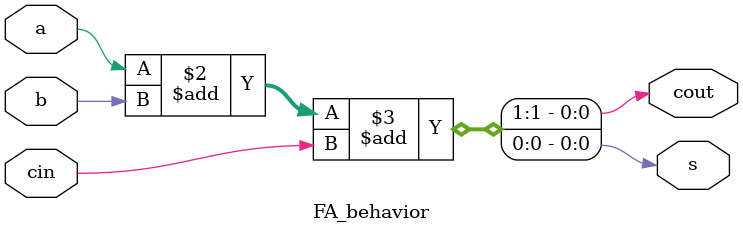
<source format=v>
module FA_behavior(input a, b, cin, output reg s, cout);
	always @(a, b, cin) begin
		{cout, s} = a + b + cin;
	end
endmodule
</source>
